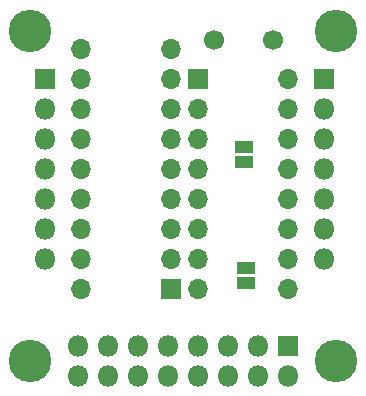
<source format=gbr>
%TF.GenerationSoftware,KiCad,Pcbnew,5.1.6+dfsg1-1*%
%TF.CreationDate,2020-09-04T14:06:56-04:00*%
%TF.ProjectId,74HC595Breakout,37344843-3539-4354-9272-65616b6f7574,rev?*%
%TF.SameCoordinates,Original*%
%TF.FileFunction,Soldermask,Bot*%
%TF.FilePolarity,Negative*%
%FSLAX46Y46*%
G04 Gerber Fmt 4.6, Leading zero omitted, Abs format (unit mm)*
G04 Created by KiCad (PCBNEW 5.1.6+dfsg1-1) date 2020-09-04 14:06:56*
%MOMM*%
%LPD*%
G01*
G04 APERTURE LIST*
%ADD10C,3.600000*%
%ADD11C,1.700000*%
%ADD12R,1.600000X1.100000*%
%ADD13R,1.700000X1.700000*%
%ADD14O,1.700000X1.700000*%
%ADD15O,1.800000X1.800000*%
%ADD16R,1.800000X1.800000*%
G04 APERTURE END LIST*
D10*
%TO.C,REF\u002A\u002A*%
X147320000Y-78740000D03*
%TD*%
%TO.C,REF\u002A\u002A*%
X121412000Y-78740000D03*
%TD*%
%TO.C,REF\u002A\u002A*%
X121412000Y-106680000D03*
%TD*%
%TO.C,REF\u002A\u002A*%
X147320000Y-106680000D03*
%TD*%
D11*
%TO.C,C1*%
X141986000Y-79502000D03*
X136986000Y-79502000D03*
%TD*%
D12*
%TO.C,JP1*%
X139700000Y-100106000D03*
X139700000Y-98806000D03*
%TD*%
%TO.C,JP2*%
X139500000Y-88550000D03*
X139500000Y-89850000D03*
%TD*%
D13*
%TO.C,U1*%
X135675001Y-82825001D03*
D14*
X143295001Y-100605001D03*
X135675001Y-85365001D03*
X143295001Y-98065001D03*
X135675001Y-87905001D03*
X143295001Y-95525001D03*
X135675001Y-90445001D03*
X143295001Y-92985001D03*
X135675001Y-92985001D03*
X143295001Y-90445001D03*
X135675001Y-95525001D03*
X143295001Y-87905001D03*
X135675001Y-98065001D03*
X143295001Y-85365001D03*
X135675001Y-100605001D03*
X143295001Y-82825001D03*
%TD*%
D15*
%TO.C,J1*%
X146304000Y-98044000D03*
X146304000Y-95504000D03*
X146304000Y-92964000D03*
X146304000Y-90424000D03*
X146304000Y-87884000D03*
X146304000Y-85344000D03*
D16*
X146304000Y-82804000D03*
%TD*%
%TO.C,J2*%
X122682000Y-82804000D03*
D15*
X122682000Y-85344000D03*
X122682000Y-87884000D03*
X122682000Y-90424000D03*
X122682000Y-92964000D03*
X122682000Y-95504000D03*
X122682000Y-98044000D03*
%TD*%
D13*
%TO.C,U2*%
X133350000Y-100584000D03*
D14*
X125730000Y-80264000D03*
X133350000Y-98044000D03*
X125730000Y-82804000D03*
X133350000Y-95504000D03*
X125730000Y-85344000D03*
X133350000Y-92964000D03*
X125730000Y-87884000D03*
X133350000Y-90424000D03*
X125730000Y-90424000D03*
X133350000Y-87884000D03*
X125730000Y-92964000D03*
X133350000Y-85344000D03*
X125730000Y-95504000D03*
X133350000Y-82804000D03*
X125730000Y-98044000D03*
X133350000Y-80264000D03*
X125730000Y-100584000D03*
%TD*%
D16*
%TO.C,J3*%
X143256000Y-105410000D03*
D15*
X143256000Y-107950000D03*
X140716000Y-105410000D03*
X140716000Y-107950000D03*
X138176000Y-105410000D03*
X138176000Y-107950000D03*
X135636000Y-105410000D03*
X135636000Y-107950000D03*
X133096000Y-105410000D03*
X133096000Y-107950000D03*
X130556000Y-105410000D03*
X130556000Y-107950000D03*
X128016000Y-105410000D03*
X128016000Y-107950000D03*
X125476000Y-105410000D03*
X125476000Y-107950000D03*
%TD*%
M02*

</source>
